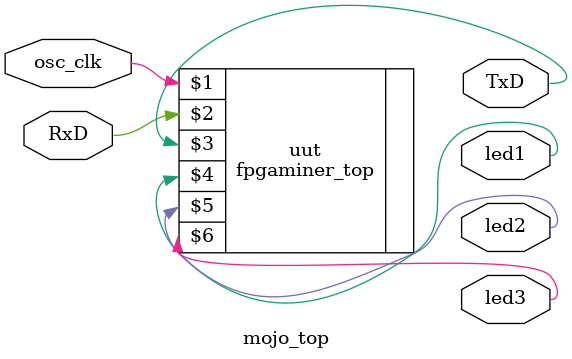
<source format=v>
module mojo_top(
/*
    input clk,
    input rst_n,
    input cclk,
    output[7:0]led,
    output spi_miso,
    input spi_ss,
    input spi_mosi,
    input spi_sck,
    output [3:0] spi_channel,
    input avr_tx,
    output avr_rx,
    input avr_rx_busy
*/
    input osc_clk,
    input RxD,
    output led1,
    output led2,
    output led3,
    output TxD
    );

// wire rst = ~rst_n;

//assign spi_miso = 1'bz;
//assign avr_rx = 1'bz;
//assign spi_channel = 4'bzzzz;
	 
// assign led = 8'b0;

//wire led1, led2, led3;

//assign led = { 5'b0, led3, led2, led1 };

fpgaminer_top #(.NUM_HASHERS(3),.LOOP(22),.SPEED_MHZ(50),.ICARUS(0),.KRAMBLE_TEST(1)) uut (osc_clk, RxD, TxD, led1, led2, led3);

endmodule
</source>
